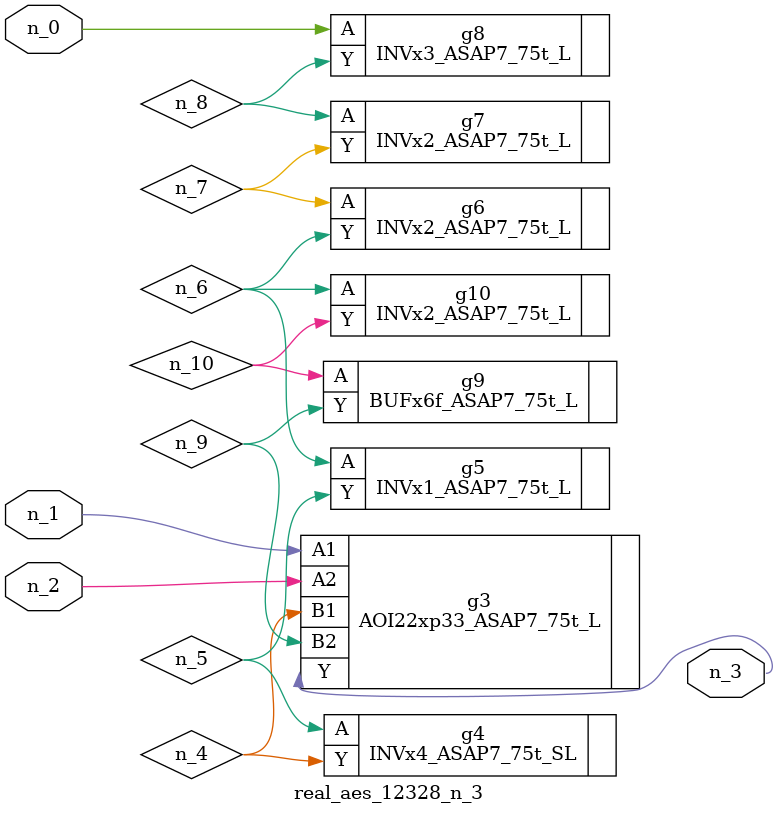
<source format=v>
module real_aes_12328_n_3 (n_0, n_2, n_1, n_3);
input n_0;
input n_2;
input n_1;
output n_3;
wire n_4;
wire n_5;
wire n_7;
wire n_9;
wire n_6;
wire n_8;
wire n_10;
INVx3_ASAP7_75t_L g8 ( .A(n_0), .Y(n_8) );
AOI22xp33_ASAP7_75t_L g3 ( .A1(n_1), .A2(n_2), .B1(n_4), .B2(n_9), .Y(n_3) );
INVx4_ASAP7_75t_SL g4 ( .A(n_5), .Y(n_4) );
INVx1_ASAP7_75t_L g5 ( .A(n_6), .Y(n_5) );
INVx2_ASAP7_75t_L g10 ( .A(n_6), .Y(n_10) );
INVx2_ASAP7_75t_L g6 ( .A(n_7), .Y(n_6) );
INVx2_ASAP7_75t_L g7 ( .A(n_8), .Y(n_7) );
BUFx6f_ASAP7_75t_L g9 ( .A(n_10), .Y(n_9) );
endmodule
</source>
